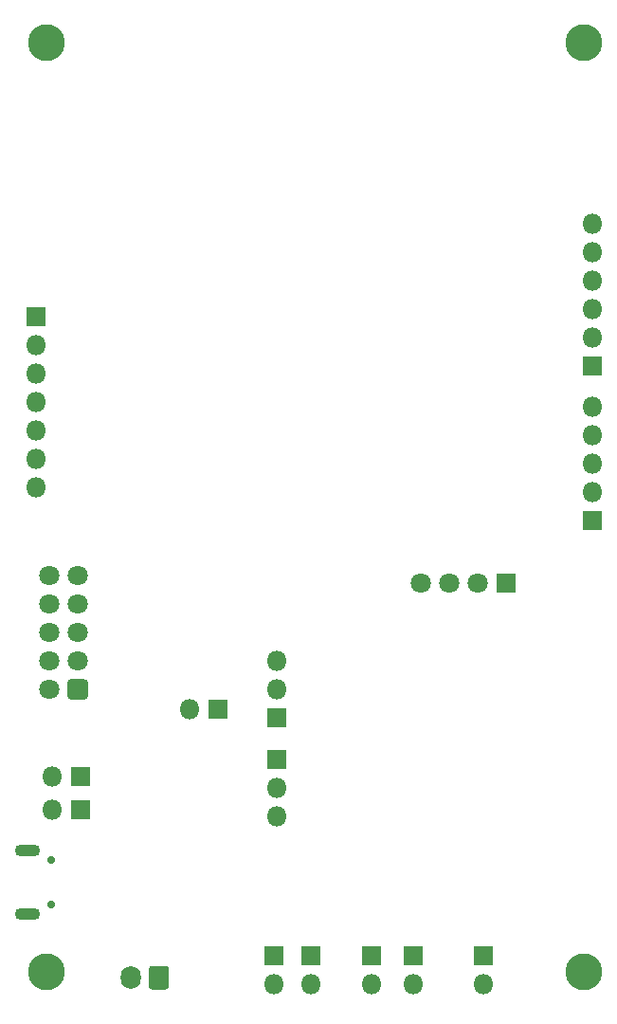
<source format=gbr>
%TF.GenerationSoftware,KiCad,Pcbnew,(5.1.6)-1*%
%TF.CreationDate,2020-11-01T11:06:05+05:30*%
%TF.ProjectId,PZYEMD011,505a5945-4d44-4303-9131-2e6b69636164,rev?*%
%TF.SameCoordinates,Original*%
%TF.FileFunction,Soldermask,Bot*%
%TF.FilePolarity,Negative*%
%FSLAX46Y46*%
G04 Gerber Fmt 4.6, Leading zero omitted, Abs format (unit mm)*
G04 Created by KiCad (PCBNEW (5.1.6)-1) date 2020-11-01 11:06:05*
%MOMM*%
%LPD*%
G01*
G04 APERTURE LIST*
%ADD10R,1.800000X1.800000*%
%ADD11O,1.800000X1.800000*%
%ADD12C,3.300000*%
%ADD13C,1.800000*%
%ADD14O,1.800000X2.100000*%
%ADD15C,0.700000*%
%ADD16O,2.250000X1.100000*%
G04 APERTURE END LIST*
D10*
%TO.C,J9*%
X132500000Y-130000000D03*
D11*
X132500000Y-132540000D03*
%TD*%
D10*
%TO.C,J11*%
X117050000Y-130000000D03*
D11*
X117050000Y-132540000D03*
%TD*%
%TO.C,J14*%
X93960000Y-114000000D03*
D10*
X96500000Y-114000000D03*
%TD*%
D12*
%TO.C,MH3*%
X141500000Y-131500000D03*
%TD*%
%TO.C,MH2*%
X141500000Y-48500000D03*
%TD*%
%TO.C,MH4*%
X93500000Y-131500000D03*
%TD*%
%TO.C,MH1*%
X93500000Y-48500000D03*
%TD*%
D13*
%TO.C,J10*%
X126940000Y-96800000D03*
X129480000Y-96800000D03*
X132020000Y-96800000D03*
D10*
X134560000Y-96800000D03*
%TD*%
%TO.C,J1*%
X142250000Y-91160000D03*
D11*
X142250000Y-88620000D03*
X142250000Y-86080000D03*
X142250000Y-83540000D03*
X142250000Y-81000000D03*
%TD*%
D10*
%TO.C,J3*%
X142250000Y-77330000D03*
D11*
X142250000Y-74790000D03*
X142250000Y-72250000D03*
X142250000Y-69710000D03*
X142250000Y-67170000D03*
X142250000Y-64630000D03*
%TD*%
%TO.C,J4*%
G36*
G01*
X97150000Y-105614706D02*
X97150000Y-106885294D01*
G75*
G02*
X96885294Y-107150000I-264706J0D01*
G01*
X95614706Y-107150000D01*
G75*
G02*
X95350000Y-106885294I0J264706D01*
G01*
X95350000Y-105614706D01*
G75*
G02*
X95614706Y-105350000I264706J0D01*
G01*
X96885294Y-105350000D01*
G75*
G02*
X97150000Y-105614706I0J-264706D01*
G01*
G37*
D13*
X96250000Y-103710000D03*
X96250000Y-101170000D03*
X96250000Y-98630000D03*
X96250000Y-96090000D03*
X93710000Y-106250000D03*
X93710000Y-103710000D03*
X93710000Y-101170000D03*
X93710000Y-98630000D03*
X93710000Y-96090000D03*
%TD*%
D10*
%TO.C,J5*%
X92550000Y-72950000D03*
D11*
X92550000Y-75490000D03*
X92550000Y-78030000D03*
X92550000Y-80570000D03*
X92550000Y-83110000D03*
X92550000Y-85650000D03*
X92550000Y-88190000D03*
%TD*%
D10*
%TO.C,J7*%
X126250000Y-130000000D03*
D11*
X126250000Y-132540000D03*
%TD*%
%TO.C,J8*%
X122500000Y-132540000D03*
D10*
X122500000Y-130000000D03*
%TD*%
D11*
%TO.C,J2*%
X113750000Y-132540000D03*
D10*
X113750000Y-130000000D03*
%TD*%
%TO.C,J12*%
G36*
G01*
X104400000Y-131214706D02*
X104400000Y-132785294D01*
G75*
G02*
X104135294Y-133050000I-264706J0D01*
G01*
X102864706Y-133050000D01*
G75*
G02*
X102600000Y-132785294I0J264706D01*
G01*
X102600000Y-131214706D01*
G75*
G02*
X102864706Y-130950000I264706J0D01*
G01*
X104135294Y-130950000D01*
G75*
G02*
X104400000Y-131214706I0J-264706D01*
G01*
G37*
D14*
X101000000Y-132000000D03*
%TD*%
D10*
%TO.C,J13*%
X108750000Y-108000000D03*
D11*
X106210000Y-108000000D03*
%TD*%
D10*
%TO.C,J15*%
X96540000Y-117000000D03*
D11*
X94000000Y-117000000D03*
%TD*%
%TO.C,JP5*%
X114000000Y-117580000D03*
X114000000Y-115040000D03*
D10*
X114000000Y-112500000D03*
%TD*%
%TO.C,JP6*%
X114000000Y-108750000D03*
D11*
X114000000Y-106210000D03*
X114000000Y-103670000D03*
%TD*%
D15*
%TO.C,J16*%
X93900000Y-121500000D03*
X93900000Y-125500000D03*
D16*
X91750000Y-120675000D03*
X91750000Y-126325000D03*
%TD*%
M02*

</source>
